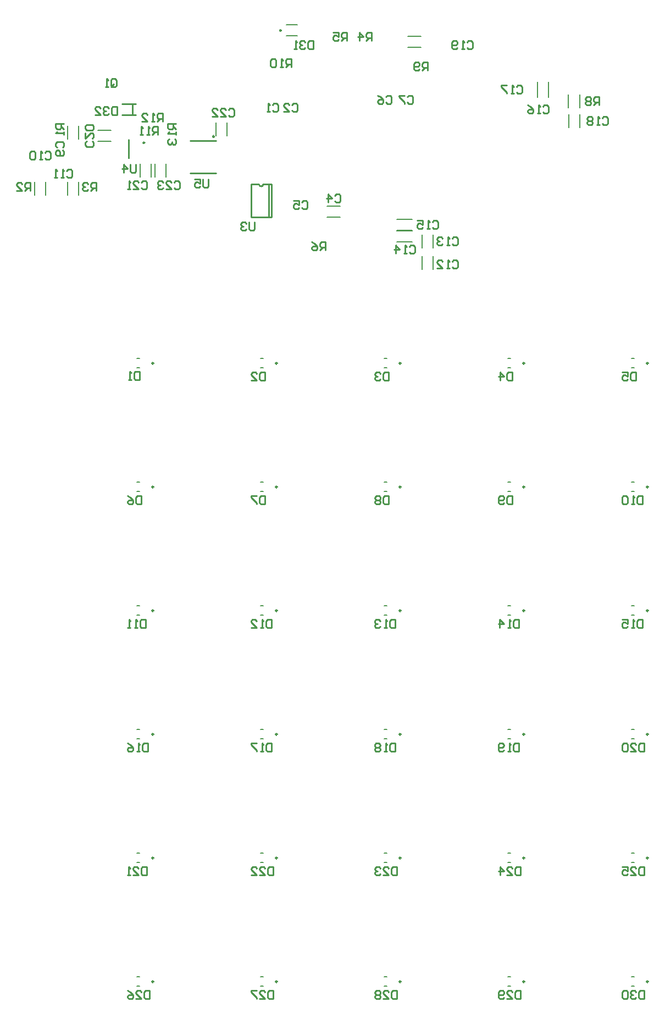
<source format=gbo>
G04*
G04 #@! TF.GenerationSoftware,Altium Limited,Altium Designer,22.7.1 (60)*
G04*
G04 Layer_Color=32896*
%FSLAX25Y25*%
%MOIN*%
G70*
G04*
G04 #@! TF.SameCoordinates,C603BF2E-B12D-4F6D-87B7-6185641273B1*
G04*
G04*
G04 #@! TF.FilePolarity,Positive*
G04*
G01*
G75*
%ADD10C,0.00984*%
%ADD11C,0.01000*%
%ADD12C,0.00787*%
D10*
X88490Y558740D02*
G03*
X88490Y558740I-492J0D01*
G01*
X171354Y626902D02*
G03*
X171354Y626902I-492J0D01*
G01*
X393878Y50000D02*
G03*
X393878Y50000I-492J0D01*
G01*
X318878D02*
G03*
X318878Y50000I-492J0D01*
G01*
X243878D02*
G03*
X243878Y50000I-492J0D01*
G01*
X168878D02*
G03*
X168878Y50000I-492J0D01*
G01*
X93878D02*
G03*
X93878Y50000I-492J0D01*
G01*
X393878Y125000D02*
G03*
X393878Y125000I-492J0D01*
G01*
X318878D02*
G03*
X318878Y125000I-492J0D01*
G01*
X243878D02*
G03*
X243878Y125000I-492J0D01*
G01*
X168878D02*
G03*
X168878Y125000I-492J0D01*
G01*
X93878D02*
G03*
X93878Y125000I-492J0D01*
G01*
X393878Y200000D02*
G03*
X393878Y200000I-492J0D01*
G01*
X318878D02*
G03*
X318878Y200000I-492J0D01*
G01*
X243878D02*
G03*
X243878Y200000I-492J0D01*
G01*
X168878D02*
G03*
X168878Y200000I-492J0D01*
G01*
X93878D02*
G03*
X93878Y200000I-492J0D01*
G01*
X393878Y275000D02*
G03*
X393878Y275000I-492J0D01*
G01*
X318878D02*
G03*
X318878Y275000I-492J0D01*
G01*
X243878D02*
G03*
X243878Y275000I-492J0D01*
G01*
X168878D02*
G03*
X168878Y275000I-492J0D01*
G01*
X93878D02*
G03*
X93878Y275000I-492J0D01*
G01*
X393878Y350000D02*
G03*
X393878Y350000I-492J0D01*
G01*
X318878D02*
G03*
X318878Y350000I-492J0D01*
G01*
X243878D02*
G03*
X243878Y350000I-492J0D01*
G01*
X168878D02*
G03*
X168878Y350000I-492J0D01*
G01*
X93878D02*
G03*
X93878Y350000I-492J0D01*
G01*
X393878Y425000D02*
G03*
X393878Y425000I-492J0D01*
G01*
X318878D02*
G03*
X318878Y425000I-492J0D01*
G01*
X243878D02*
G03*
X243878Y425000I-492J0D01*
G01*
X168878D02*
G03*
X168878Y425000I-492J0D01*
G01*
X93878D02*
G03*
X93878Y425000I-492J0D01*
G01*
D11*
X130736Y562500D02*
G03*
X130736Y562500I-500J0D01*
G01*
X157875Y533500D02*
G03*
X160375Y533500I1250J0D01*
G01*
X116126Y540158D02*
X131874Y540158D01*
X116126Y559842D02*
X131874D01*
X81000Y576000D02*
Y582000D01*
X74866Y582248D02*
X83134D01*
X74866Y575752D02*
X83134Y575752D01*
X153000Y533500D02*
X157875D01*
X153000Y513500D02*
Y533500D01*
Y513500D02*
X165250D01*
X160375Y533500D02*
X165250D01*
Y513500D02*
Y533500D01*
X163750Y513500D02*
Y533500D01*
X248916Y495666D02*
X249749Y496499D01*
X251415D01*
X252248Y495666D01*
Y492334D01*
X251415Y491501D01*
X249749D01*
X248916Y492334D01*
X247250Y491501D02*
X245584D01*
X246416D01*
Y496499D01*
X247250Y495666D01*
X240585Y491501D02*
Y496499D01*
X243084Y494000D01*
X239752D01*
X313916Y592666D02*
X314749Y593499D01*
X316415D01*
X317248Y592666D01*
Y589334D01*
X316415Y588501D01*
X314749D01*
X313916Y589334D01*
X312250Y588501D02*
X310583D01*
X311417D01*
Y593499D01*
X312250Y592666D01*
X308084Y593499D02*
X304752D01*
Y592666D01*
X308084Y589334D01*
Y588501D01*
X329916Y580666D02*
X330749Y581499D01*
X332415D01*
X333248Y580666D01*
Y577334D01*
X332415Y576501D01*
X330749D01*
X329916Y577334D01*
X328250Y576501D02*
X326584D01*
X327416D01*
Y581499D01*
X328250Y580666D01*
X320752Y581499D02*
X322418Y580666D01*
X324084Y579000D01*
Y577334D01*
X323251Y576501D01*
X321585D01*
X320752Y577334D01*
Y578167D01*
X321585Y579000D01*
X324084D01*
X365916Y573666D02*
X366749Y574499D01*
X368415D01*
X369248Y573666D01*
Y570334D01*
X368415Y569501D01*
X366749D01*
X365916Y570334D01*
X364250Y569501D02*
X362583D01*
X363417D01*
Y574499D01*
X364250Y573666D01*
X360084D02*
X359251Y574499D01*
X357585D01*
X356752Y573666D01*
Y572833D01*
X357585Y572000D01*
X356752Y571167D01*
Y570334D01*
X357585Y569501D01*
X359251D01*
X360084Y570334D01*
Y571167D01*
X359251Y572000D01*
X360084Y572833D01*
Y573666D01*
X359251Y572000D02*
X357585D01*
X364165Y581501D02*
Y586499D01*
X361666D01*
X360833Y585666D01*
Y584000D01*
X361666Y583167D01*
X364165D01*
X362499D02*
X360833Y581501D01*
X359167Y585666D02*
X358334Y586499D01*
X356668D01*
X355835Y585666D01*
Y584833D01*
X356668Y584000D01*
X355835Y583167D01*
Y582334D01*
X356668Y581501D01*
X358334D01*
X359167Y582334D01*
Y583167D01*
X358334Y584000D01*
X359167Y584833D01*
Y585666D01*
X358334Y584000D02*
X356668D01*
X107499Y570248D02*
X102501D01*
Y567749D01*
X103334Y566916D01*
X105000D01*
X105833Y567749D01*
Y570248D01*
Y568582D02*
X107499Y566916D01*
Y565250D02*
Y563584D01*
Y564417D01*
X102501D01*
X103334Y565250D01*
Y561084D02*
X102501Y560251D01*
Y558585D01*
X103334Y557752D01*
X104167D01*
X105000Y558585D01*
Y559418D01*
Y558585D01*
X105833Y557752D01*
X106666D01*
X107499Y558585D01*
Y560251D01*
X106666Y561084D01*
X127165Y536499D02*
Y532334D01*
X126332Y531501D01*
X124666D01*
X123833Y532334D01*
Y536499D01*
X118835D02*
X122167D01*
Y534000D01*
X120501Y534833D01*
X119668D01*
X118835Y534000D01*
Y532334D01*
X119668Y531501D01*
X121334D01*
X122167Y532334D01*
X177248Y604501D02*
Y609499D01*
X174749D01*
X173916Y608666D01*
Y607000D01*
X174749Y606167D01*
X177248D01*
X175582D02*
X173916Y604501D01*
X172250D02*
X170583D01*
X171416D01*
Y609499D01*
X172250Y608666D01*
X168084D02*
X167251Y609499D01*
X165585D01*
X164752Y608666D01*
Y605334D01*
X165585Y604501D01*
X167251D01*
X168084Y605334D01*
Y608666D01*
X86499Y534666D02*
X87332Y535499D01*
X88998D01*
X89831Y534666D01*
Y531334D01*
X88998Y530501D01*
X87332D01*
X86499Y531334D01*
X81501Y530501D02*
X84833D01*
X81501Y533833D01*
Y534666D01*
X82334Y535499D01*
X84000D01*
X84833Y534666D01*
X79835Y530501D02*
X78169D01*
X79002D01*
Y535499D01*
X79835Y534666D01*
X99248Y571501D02*
Y576499D01*
X96749D01*
X95916Y575666D01*
Y574000D01*
X96749Y573167D01*
X99248D01*
X97582D02*
X95916Y571501D01*
X94250D02*
X92584D01*
X93417D01*
Y576499D01*
X94250Y575666D01*
X86752Y571501D02*
X90084D01*
X86752Y574833D01*
Y575666D01*
X87585Y576499D01*
X89251D01*
X90084Y575666D01*
X96415Y563501D02*
Y568499D01*
X93916D01*
X93083Y567666D01*
Y566000D01*
X93916Y565167D01*
X96415D01*
X94749D02*
X93083Y563501D01*
X91417D02*
X89750D01*
X90583D01*
Y568499D01*
X91417Y567666D01*
X87251Y563501D02*
X85585D01*
X86418D01*
Y568499D01*
X87251Y567666D01*
X71665Y580499D02*
Y575501D01*
X69165D01*
X68332Y576334D01*
Y579666D01*
X69165Y580499D01*
X71665D01*
X66666Y579666D02*
X65833Y580499D01*
X64167D01*
X63334Y579666D01*
Y578833D01*
X64167Y578000D01*
X65000D01*
X64167D01*
X63334Y577167D01*
Y576334D01*
X64167Y575501D01*
X65833D01*
X66666Y576334D01*
X58336Y575501D02*
X61668D01*
X58336Y578833D01*
Y579666D01*
X59169Y580499D01*
X60835D01*
X61668Y579666D01*
X139332Y578666D02*
X140165Y579499D01*
X141831D01*
X142665Y578666D01*
Y575334D01*
X141831Y574501D01*
X140165D01*
X139332Y575334D01*
X134334Y574501D02*
X137666D01*
X134334Y577833D01*
Y578666D01*
X135167Y579499D01*
X136833D01*
X137666Y578666D01*
X129335Y574501D02*
X132668D01*
X129335Y577833D01*
Y578666D01*
X130169Y579499D01*
X131835D01*
X132668Y578666D01*
X106332Y534666D02*
X107165Y535499D01*
X108831D01*
X109664Y534666D01*
Y531334D01*
X108831Y530501D01*
X107165D01*
X106332Y531334D01*
X101334Y530501D02*
X104666D01*
X101334Y533833D01*
Y534666D01*
X102167Y535499D01*
X103833D01*
X104666Y534666D01*
X99668D02*
X98835Y535499D01*
X97169D01*
X96336Y534666D01*
Y533833D01*
X97169Y533000D01*
X98002D01*
X97169D01*
X96336Y532167D01*
Y531334D01*
X97169Y530501D01*
X98835D01*
X99668Y531334D01*
X83165Y545499D02*
Y541334D01*
X82332Y540501D01*
X80666D01*
X79833Y541334D01*
Y545499D01*
X75668Y540501D02*
Y545499D01*
X78167Y543000D01*
X74835D01*
X155165Y510499D02*
Y506334D01*
X154332Y505501D01*
X152666D01*
X151833Y506334D01*
Y510499D01*
X150167Y509666D02*
X149334Y510499D01*
X147668D01*
X146835Y509666D01*
Y508833D01*
X147668Y508000D01*
X148501D01*
X147668D01*
X146835Y507167D01*
Y506334D01*
X147668Y505501D01*
X149334D01*
X150167Y506334D01*
X260165Y602501D02*
Y607499D01*
X257666D01*
X256833Y606666D01*
Y605000D01*
X257666Y604167D01*
X260165D01*
X258499D02*
X256833Y602501D01*
X255167Y603334D02*
X254334Y602501D01*
X252668D01*
X251835Y603334D01*
Y606666D01*
X252668Y607499D01*
X254334D01*
X255167Y606666D01*
Y605833D01*
X254334Y605000D01*
X251835D01*
X198165Y493501D02*
Y498499D01*
X195666D01*
X194833Y497666D01*
Y496000D01*
X195666Y495167D01*
X198165D01*
X196499D02*
X194833Y493501D01*
X189835Y498499D02*
X191501Y497666D01*
X193167Y496000D01*
Y494334D01*
X192334Y493501D01*
X190668D01*
X189835Y494334D01*
Y495167D01*
X190668Y496000D01*
X193167D01*
X211165Y620501D02*
Y625499D01*
X208666D01*
X207833Y624666D01*
Y623000D01*
X208666Y622167D01*
X211165D01*
X209499D02*
X207833Y620501D01*
X202835Y625499D02*
X206167D01*
Y623000D01*
X204501Y623833D01*
X203668D01*
X202835Y623000D01*
Y621334D01*
X203668Y620501D01*
X205334D01*
X206167Y621334D01*
X226165Y620501D02*
Y625499D01*
X223666D01*
X222833Y624666D01*
Y623000D01*
X223666Y622167D01*
X226165D01*
X224499D02*
X222833Y620501D01*
X218668D02*
Y625499D01*
X221167Y623000D01*
X217835D01*
X59165Y529501D02*
Y534499D01*
X56666D01*
X55833Y533666D01*
Y532000D01*
X56666Y531167D01*
X59165D01*
X57499D02*
X55833Y529501D01*
X54167Y533666D02*
X53334Y534499D01*
X51668D01*
X50835Y533666D01*
Y532833D01*
X51668Y532000D01*
X52501D01*
X51668D01*
X50835Y531167D01*
Y530334D01*
X51668Y529501D01*
X53334D01*
X54167Y530334D01*
X19165Y529501D02*
Y534499D01*
X16666D01*
X15833Y533666D01*
Y532000D01*
X16666Y531167D01*
X19165D01*
X17499D02*
X15833Y529501D01*
X10835D02*
X14167D01*
X10835Y532833D01*
Y533666D01*
X11668Y534499D01*
X13334D01*
X14167Y533666D01*
X39499Y570332D02*
X34501D01*
Y567833D01*
X35334Y567000D01*
X37000D01*
X37833Y567833D01*
Y570332D01*
Y568666D02*
X39499Y567000D01*
Y565334D02*
Y563668D01*
Y564501D01*
X34501D01*
X35334Y565334D01*
X68000Y593334D02*
Y596666D01*
X68833Y597499D01*
X70499D01*
X71332Y596666D01*
Y593334D01*
X70499Y592501D01*
X68833D01*
X69666Y594167D02*
X68000Y592501D01*
X68833D02*
X68000Y593334D01*
X66334Y592501D02*
X64668D01*
X65501D01*
Y597499D01*
X66334Y596666D01*
X190831Y620499D02*
Y615501D01*
X188332D01*
X187499Y616334D01*
Y619666D01*
X188332Y620499D01*
X190831D01*
X185833Y619666D02*
X185000Y620499D01*
X183334D01*
X182501Y619666D01*
Y618833D01*
X183334Y618000D01*
X184167D01*
X183334D01*
X182501Y617167D01*
Y616334D01*
X183334Y615501D01*
X185000D01*
X185833Y616334D01*
X180835Y615501D02*
X179169D01*
X180002D01*
Y620499D01*
X180835Y619666D01*
X391400Y44598D02*
Y39600D01*
X388901D01*
X388068Y40433D01*
Y43765D01*
X388901Y44598D01*
X391400D01*
X386402Y43765D02*
X385569Y44598D01*
X383902D01*
X383069Y43765D01*
Y42932D01*
X383902Y42099D01*
X384735D01*
X383902D01*
X383069Y41266D01*
Y40433D01*
X383902Y39600D01*
X385569D01*
X386402Y40433D01*
X381403Y43765D02*
X380570Y44598D01*
X378904D01*
X378071Y43765D01*
Y40433D01*
X378904Y39600D01*
X380570D01*
X381403Y40433D01*
Y43765D01*
X316400Y44598D02*
Y39600D01*
X313901D01*
X313068Y40433D01*
Y43765D01*
X313901Y44598D01*
X316400D01*
X308069Y39600D02*
X311402D01*
X308069Y42932D01*
Y43765D01*
X308902Y44598D01*
X310569D01*
X311402Y43765D01*
X306403Y40433D02*
X305570Y39600D01*
X303904D01*
X303071Y40433D01*
Y43765D01*
X303904Y44598D01*
X305570D01*
X306403Y43765D01*
Y42932D01*
X305570Y42099D01*
X303071D01*
X241400Y44598D02*
Y39600D01*
X238901D01*
X238068Y40433D01*
Y43765D01*
X238901Y44598D01*
X241400D01*
X233069Y39600D02*
X236402D01*
X233069Y42932D01*
Y43765D01*
X233902Y44598D01*
X235569D01*
X236402Y43765D01*
X231403D02*
X230570Y44598D01*
X228904D01*
X228071Y43765D01*
Y42932D01*
X228904Y42099D01*
X228071Y41266D01*
Y40433D01*
X228904Y39600D01*
X230570D01*
X231403Y40433D01*
Y41266D01*
X230570Y42099D01*
X231403Y42932D01*
Y43765D01*
X230570Y42099D02*
X228904D01*
X166400Y44598D02*
Y39600D01*
X163901D01*
X163068Y40433D01*
Y43765D01*
X163901Y44598D01*
X166400D01*
X158069Y39600D02*
X161402D01*
X158069Y42932D01*
Y43765D01*
X158902Y44598D01*
X160569D01*
X161402Y43765D01*
X156403Y44598D02*
X153071D01*
Y43765D01*
X156403Y40433D01*
Y39600D01*
X91400Y44598D02*
Y39600D01*
X88901D01*
X88068Y40433D01*
Y43765D01*
X88901Y44598D01*
X91400D01*
X83069Y39600D02*
X86402D01*
X83069Y42932D01*
Y43765D01*
X83902Y44598D01*
X85569D01*
X86402Y43765D01*
X78071Y44598D02*
X79737Y43765D01*
X81403Y42099D01*
Y40433D01*
X80570Y39600D01*
X78904D01*
X78071Y40433D01*
Y41266D01*
X78904Y42099D01*
X81403D01*
X391400Y119598D02*
Y114600D01*
X388901D01*
X388068Y115433D01*
Y118765D01*
X388901Y119598D01*
X391400D01*
X383069Y114600D02*
X386402D01*
X383069Y117932D01*
Y118765D01*
X383902Y119598D01*
X385569D01*
X386402Y118765D01*
X378071Y119598D02*
X381403D01*
Y117099D01*
X379737Y117932D01*
X378904D01*
X378071Y117099D01*
Y115433D01*
X378904Y114600D01*
X380570D01*
X381403Y115433D01*
X316400Y119598D02*
Y114600D01*
X313901D01*
X313068Y115433D01*
Y118765D01*
X313901Y119598D01*
X316400D01*
X308069Y114600D02*
X311402D01*
X308069Y117932D01*
Y118765D01*
X308902Y119598D01*
X310569D01*
X311402Y118765D01*
X303904Y114600D02*
Y119598D01*
X306403Y117099D01*
X303071D01*
X241400Y119598D02*
Y114600D01*
X238901D01*
X238068Y115433D01*
Y118765D01*
X238901Y119598D01*
X241400D01*
X233069Y114600D02*
X236402D01*
X233069Y117932D01*
Y118765D01*
X233902Y119598D01*
X235569D01*
X236402Y118765D01*
X231403D02*
X230570Y119598D01*
X228904D01*
X228071Y118765D01*
Y117932D01*
X228904Y117099D01*
X229737D01*
X228904D01*
X228071Y116266D01*
Y115433D01*
X228904Y114600D01*
X230570D01*
X231403Y115433D01*
X166400Y119598D02*
Y114600D01*
X163901D01*
X163068Y115433D01*
Y118765D01*
X163901Y119598D01*
X166400D01*
X158069Y114600D02*
X161402D01*
X158069Y117932D01*
Y118765D01*
X158902Y119598D01*
X160569D01*
X161402Y118765D01*
X153071Y114600D02*
X156403D01*
X153071Y117932D01*
Y118765D01*
X153904Y119598D01*
X155570D01*
X156403Y118765D01*
X89700Y119598D02*
Y114600D01*
X87201D01*
X86368Y115433D01*
Y118765D01*
X87201Y119598D01*
X89700D01*
X81369Y114600D02*
X84702D01*
X81369Y117932D01*
Y118765D01*
X82202Y119598D01*
X83869D01*
X84702Y118765D01*
X79703Y114600D02*
X78037D01*
X78870D01*
Y119598D01*
X79703Y118765D01*
X391400Y194598D02*
Y189600D01*
X388901D01*
X388068Y190433D01*
Y193765D01*
X388901Y194598D01*
X391400D01*
X383069Y189600D02*
X386402D01*
X383069Y192932D01*
Y193765D01*
X383902Y194598D01*
X385569D01*
X386402Y193765D01*
X381403D02*
X380570Y194598D01*
X378904D01*
X378071Y193765D01*
Y190433D01*
X378904Y189600D01*
X380570D01*
X381403Y190433D01*
Y193765D01*
X315500Y194598D02*
Y189600D01*
X313001D01*
X312168Y190433D01*
Y193765D01*
X313001Y194598D01*
X315500D01*
X310502Y189600D02*
X308836D01*
X309669D01*
Y194598D01*
X310502Y193765D01*
X306336Y190433D02*
X305503Y189600D01*
X303837D01*
X303004Y190433D01*
Y193765D01*
X303837Y194598D01*
X305503D01*
X306336Y193765D01*
Y192932D01*
X305503Y192099D01*
X303004D01*
X240500Y194598D02*
Y189600D01*
X238001D01*
X237168Y190433D01*
Y193765D01*
X238001Y194598D01*
X240500D01*
X235502Y189600D02*
X233836D01*
X234669D01*
Y194598D01*
X235502Y193765D01*
X231336D02*
X230503Y194598D01*
X228837D01*
X228004Y193765D01*
Y192932D01*
X228837Y192099D01*
X228004Y191266D01*
Y190433D01*
X228837Y189600D01*
X230503D01*
X231336Y190433D01*
Y191266D01*
X230503Y192099D01*
X231336Y192932D01*
Y193765D01*
X230503Y192099D02*
X228837D01*
X165500Y194598D02*
Y189600D01*
X163001D01*
X162168Y190433D01*
Y193765D01*
X163001Y194598D01*
X165500D01*
X160502Y189600D02*
X158835D01*
X159669D01*
Y194598D01*
X160502Y193765D01*
X156336Y194598D02*
X153004D01*
Y193765D01*
X156336Y190433D01*
Y189600D01*
X90500Y194598D02*
Y189600D01*
X88001D01*
X87168Y190433D01*
Y193765D01*
X88001Y194598D01*
X90500D01*
X85502Y189600D02*
X83836D01*
X84669D01*
Y194598D01*
X85502Y193765D01*
X78004Y194598D02*
X79670Y193765D01*
X81336Y192099D01*
Y190433D01*
X80503Y189600D01*
X78837D01*
X78004Y190433D01*
Y191266D01*
X78837Y192099D01*
X81336D01*
X390500Y269598D02*
Y264600D01*
X388001D01*
X387168Y265433D01*
Y268765D01*
X388001Y269598D01*
X390500D01*
X385502Y264600D02*
X383836D01*
X384669D01*
Y269598D01*
X385502Y268765D01*
X378004Y269598D02*
X381336D01*
Y267099D01*
X379670Y267932D01*
X378837D01*
X378004Y267099D01*
Y265433D01*
X378837Y264600D01*
X380503D01*
X381336Y265433D01*
X315500Y269598D02*
Y264600D01*
X313001D01*
X312168Y265433D01*
Y268765D01*
X313001Y269598D01*
X315500D01*
X310502Y264600D02*
X308836D01*
X309669D01*
Y269598D01*
X310502Y268765D01*
X303837Y264600D02*
Y269598D01*
X306336Y267099D01*
X303004D01*
X240500Y269598D02*
Y264600D01*
X238001D01*
X237168Y265433D01*
Y268765D01*
X238001Y269598D01*
X240500D01*
X235502Y264600D02*
X233836D01*
X234669D01*
Y269598D01*
X235502Y268765D01*
X231336D02*
X230503Y269598D01*
X228837D01*
X228004Y268765D01*
Y267932D01*
X228837Y267099D01*
X229670D01*
X228837D01*
X228004Y266266D01*
Y265433D01*
X228837Y264600D01*
X230503D01*
X231336Y265433D01*
X165500Y269598D02*
Y264600D01*
X163001D01*
X162168Y265433D01*
Y268765D01*
X163001Y269598D01*
X165500D01*
X160502Y264600D02*
X158835D01*
X159669D01*
Y269598D01*
X160502Y268765D01*
X153004Y264600D02*
X156336D01*
X153004Y267932D01*
Y268765D01*
X153837Y269598D01*
X155503D01*
X156336Y268765D01*
X88900Y269598D02*
Y264600D01*
X86401D01*
X85568Y265433D01*
Y268765D01*
X86401Y269598D01*
X88900D01*
X83902Y264600D02*
X82235D01*
X83069D01*
Y269598D01*
X83902Y268765D01*
X79736Y264600D02*
X78070D01*
X78903D01*
Y269598D01*
X79736Y268765D01*
X390500Y344598D02*
Y339600D01*
X388001D01*
X387168Y340433D01*
Y343765D01*
X388001Y344598D01*
X390500D01*
X385502Y339600D02*
X383836D01*
X384669D01*
Y344598D01*
X385502Y343765D01*
X381336D02*
X380503Y344598D01*
X378837D01*
X378004Y343765D01*
Y340433D01*
X378837Y339600D01*
X380503D01*
X381336Y340433D01*
Y343765D01*
X311400Y344598D02*
Y339600D01*
X308901D01*
X308068Y340433D01*
Y343765D01*
X308901Y344598D01*
X311400D01*
X306402Y340433D02*
X305569Y339600D01*
X303902D01*
X303069Y340433D01*
Y343765D01*
X303902Y344598D01*
X305569D01*
X306402Y343765D01*
Y342932D01*
X305569Y342099D01*
X303069D01*
X236400Y344598D02*
Y339600D01*
X233901D01*
X233068Y340433D01*
Y343765D01*
X233901Y344598D01*
X236400D01*
X231402Y343765D02*
X230569Y344598D01*
X228902D01*
X228069Y343765D01*
Y342932D01*
X228902Y342099D01*
X228069Y341266D01*
Y340433D01*
X228902Y339600D01*
X230569D01*
X231402Y340433D01*
Y341266D01*
X230569Y342099D01*
X231402Y342932D01*
Y343765D01*
X230569Y342099D02*
X228902D01*
X161400Y344598D02*
Y339600D01*
X158901D01*
X158068Y340433D01*
Y343765D01*
X158901Y344598D01*
X161400D01*
X156402D02*
X153069D01*
Y343765D01*
X156402Y340433D01*
Y339600D01*
X86400Y344598D02*
Y339600D01*
X83901D01*
X83068Y340433D01*
Y343765D01*
X83901Y344598D01*
X86400D01*
X78069D02*
X79735Y343765D01*
X81402Y342099D01*
Y340433D01*
X80569Y339600D01*
X78902D01*
X78069Y340433D01*
Y341266D01*
X78902Y342099D01*
X81402D01*
X386400Y419598D02*
Y414600D01*
X383901D01*
X383068Y415433D01*
Y418765D01*
X383901Y419598D01*
X386400D01*
X378069D02*
X381402D01*
Y417099D01*
X379735Y417932D01*
X378902D01*
X378069Y417099D01*
Y415433D01*
X378902Y414600D01*
X380569D01*
X381402Y415433D01*
X311400Y419598D02*
Y414600D01*
X308901D01*
X308068Y415433D01*
Y418765D01*
X308901Y419598D01*
X311400D01*
X303902Y414600D02*
Y419598D01*
X306402Y417099D01*
X303069D01*
X236400Y419598D02*
Y414600D01*
X233901D01*
X233068Y415433D01*
Y418765D01*
X233901Y419598D01*
X236400D01*
X231402Y418765D02*
X230569Y419598D01*
X228902D01*
X228069Y418765D01*
Y417932D01*
X228902Y417099D01*
X229735D01*
X228902D01*
X228069Y416266D01*
Y415433D01*
X228902Y414600D01*
X230569D01*
X231402Y415433D01*
X161400Y419598D02*
Y414600D01*
X158901D01*
X158068Y415433D01*
Y418765D01*
X158901Y419598D01*
X161400D01*
X153069Y414600D02*
X156402D01*
X153069Y417932D01*
Y418765D01*
X153902Y419598D01*
X155569D01*
X156402Y418765D01*
X85334Y420098D02*
Y415100D01*
X82834D01*
X82001Y415933D01*
Y419265D01*
X82834Y420098D01*
X85334D01*
X80335Y415100D02*
X78669D01*
X79502D01*
Y420098D01*
X80335Y419265D01*
X283916Y619666D02*
X284749Y620499D01*
X286415D01*
X287248Y619666D01*
Y616334D01*
X286415Y615501D01*
X284749D01*
X283916Y616334D01*
X282250Y615501D02*
X280584D01*
X281417D01*
Y620499D01*
X282250Y619666D01*
X278084Y616334D02*
X277251Y615501D01*
X275585D01*
X274752Y616334D01*
Y619666D01*
X275585Y620499D01*
X277251D01*
X278084Y619666D01*
Y618833D01*
X277251Y618000D01*
X274752D01*
X56666Y559668D02*
X57499Y558835D01*
Y557168D01*
X56666Y556335D01*
X53334D01*
X52501Y557168D01*
Y558835D01*
X53334Y559668D01*
X52501Y564666D02*
Y561334D01*
X55833Y564666D01*
X56666D01*
X57499Y563833D01*
Y562167D01*
X56666Y561334D01*
Y566332D02*
X57499Y567165D01*
Y568831D01*
X56666Y569664D01*
X53334D01*
X52501Y568831D01*
Y567165D01*
X53334Y566332D01*
X56666D01*
X262916Y510666D02*
X263749Y511499D01*
X265415D01*
X266248Y510666D01*
Y507334D01*
X265415Y506501D01*
X263749D01*
X262916Y507334D01*
X261250Y506501D02*
X259583D01*
X260417D01*
Y511499D01*
X261250Y510666D01*
X253752Y511499D02*
X257084D01*
Y509000D01*
X255418Y509833D01*
X254585D01*
X253752Y509000D01*
Y507334D01*
X254585Y506501D01*
X256251D01*
X257084Y507334D01*
X274916Y500666D02*
X275749Y501499D01*
X277415D01*
X278248Y500666D01*
Y497334D01*
X277415Y496501D01*
X275749D01*
X274916Y497334D01*
X273250Y496501D02*
X271584D01*
X272416D01*
Y501499D01*
X273250Y500666D01*
X269084D02*
X268251Y501499D01*
X266585D01*
X265752Y500666D01*
Y499833D01*
X266585Y499000D01*
X267418D01*
X266585D01*
X265752Y498167D01*
Y497334D01*
X266585Y496501D01*
X268251D01*
X269084Y497334D01*
X274916Y486666D02*
X275749Y487499D01*
X277415D01*
X278248Y486666D01*
Y483334D01*
X277415Y482501D01*
X275749D01*
X274916Y483334D01*
X273250Y482501D02*
X271584D01*
X272416D01*
Y487499D01*
X273250Y486666D01*
X265752Y482501D02*
X269084D01*
X265752Y485833D01*
Y486666D01*
X266585Y487499D01*
X268251D01*
X269084Y486666D01*
X41083Y541666D02*
X41916Y542499D01*
X43582D01*
X44415Y541666D01*
Y538334D01*
X43582Y537501D01*
X41916D01*
X41083Y538334D01*
X39417Y537501D02*
X37750D01*
X38583D01*
Y542499D01*
X39417Y541666D01*
X35251Y537501D02*
X33585D01*
X34418D01*
Y542499D01*
X35251Y541666D01*
X27916Y552666D02*
X28749Y553499D01*
X30415D01*
X31248Y552666D01*
Y549334D01*
X30415Y548501D01*
X28749D01*
X27916Y549334D01*
X26250Y548501D02*
X24584D01*
X25416D01*
Y553499D01*
X26250Y552666D01*
X22084D02*
X21251Y553499D01*
X19585D01*
X18752Y552666D01*
Y549334D01*
X19585Y548501D01*
X21251D01*
X22084Y549334D01*
Y552666D01*
X35334Y555833D02*
X34501Y556666D01*
Y558332D01*
X35334Y559165D01*
X38666D01*
X39499Y558332D01*
Y556666D01*
X38666Y555833D01*
Y554167D02*
X39499Y553334D01*
Y551668D01*
X38666Y550835D01*
X35334D01*
X34501Y551668D01*
Y553334D01*
X35334Y554167D01*
X36167D01*
X37000Y553334D01*
Y550835D01*
X247833Y586520D02*
X248666Y587354D01*
X250332D01*
X251165Y586520D01*
Y583188D01*
X250332Y582355D01*
X248666D01*
X247833Y583188D01*
X246167Y587354D02*
X242835D01*
Y586520D01*
X246167Y583188D01*
Y582355D01*
X234833Y586520D02*
X235666Y587354D01*
X237332D01*
X238165Y586520D01*
Y583188D01*
X237332Y582355D01*
X235666D01*
X234833Y583188D01*
X229835Y587354D02*
X231501Y586520D01*
X233167Y584854D01*
Y583188D01*
X232334Y582355D01*
X230668D01*
X229835Y583188D01*
Y584021D01*
X230668Y584854D01*
X233167D01*
X183833Y522666D02*
X184666Y523499D01*
X186332D01*
X187165Y522666D01*
Y519334D01*
X186332Y518501D01*
X184666D01*
X183833Y519334D01*
X178835Y523499D02*
X182167D01*
Y521000D01*
X180501Y521833D01*
X179668D01*
X178835Y521000D01*
Y519334D01*
X179668Y518501D01*
X181334D01*
X182167Y519334D01*
X203833Y526666D02*
X204666Y527499D01*
X206332D01*
X207165Y526666D01*
Y523334D01*
X206332Y522501D01*
X204666D01*
X203833Y523334D01*
X199668Y522501D02*
Y527499D01*
X202167Y525000D01*
X198835D01*
X177833Y581666D02*
X178666Y582499D01*
X180332D01*
X181165Y581666D01*
Y578334D01*
X180332Y577501D01*
X178666D01*
X177833Y578334D01*
X172835Y577501D02*
X176167D01*
X172835Y580833D01*
Y581666D01*
X173668Y582499D01*
X175334D01*
X176167Y581666D01*
X166000D02*
X166833Y582499D01*
X168499D01*
X169332Y581666D01*
Y578334D01*
X168499Y577501D01*
X166833D01*
X166000Y578334D01*
X164334Y577501D02*
X162668D01*
X163501D01*
Y582499D01*
X164334Y581666D01*
D12*
X241252Y498630D02*
X250748D01*
X241252Y505370D02*
X250748D01*
X333370Y586252D02*
Y595748D01*
X326630Y586252D02*
Y595748D01*
X352346Y568039D02*
Y575961D01*
X345654Y568039D02*
Y575961D01*
X352445Y579948D02*
Y588052D01*
X345555Y579948D02*
Y588052D01*
X92347Y538039D02*
Y545961D01*
X85654Y538039D02*
Y545961D01*
X138347Y563039D02*
Y570961D01*
X131653Y563039D02*
Y570961D01*
X94653Y538039D02*
Y545961D01*
X101347Y538039D02*
Y545961D01*
X78792Y549291D02*
Y560709D01*
Y549291D02*
X79208D01*
Y560709D01*
X78792D02*
X79208D01*
X256653Y495039D02*
Y502961D01*
X263347Y495039D02*
Y502961D01*
X256653Y482039D02*
Y489961D01*
X263347Y482039D02*
Y489961D01*
X60039Y559654D02*
X67961D01*
X60039Y566347D02*
X67961D01*
X247948Y616555D02*
X256052D01*
X247948Y623445D02*
X256052D01*
X41571Y526948D02*
Y535052D01*
X48461Y526948D02*
Y535052D01*
X21571Y526948D02*
Y535052D01*
X28461Y526948D02*
Y535052D01*
X41571Y560948D02*
Y569052D01*
X48461Y560948D02*
Y569052D01*
X174465Y630268D02*
X181158D01*
X174504Y623752D02*
X181197D01*
X383642Y47146D02*
X385413D01*
X383642Y52854D02*
X385413D01*
X308642Y47146D02*
X310413D01*
X308642Y52854D02*
X310413D01*
X233642Y47146D02*
X235413D01*
X233642Y52854D02*
X235413D01*
X158642Y47146D02*
X160413D01*
X158642Y52854D02*
X160413D01*
X83642Y47146D02*
X85413D01*
X83642Y52854D02*
X85413D01*
X383642Y122146D02*
X385413D01*
X383642Y127854D02*
X385413D01*
X308642Y122146D02*
X310413D01*
X308642Y127854D02*
X310413D01*
X233642Y122146D02*
X235413D01*
X233642Y127854D02*
X235413D01*
X158642Y122146D02*
X160413D01*
X158642Y127854D02*
X160413D01*
X83642Y122146D02*
X85413D01*
X83642Y127854D02*
X85413D01*
X383642Y197146D02*
X385413D01*
X383642Y202854D02*
X385413D01*
X308642Y197146D02*
X310413D01*
X308642Y202854D02*
X310413D01*
X233642Y197146D02*
X235413D01*
X233642Y202854D02*
X235413D01*
X158642Y197146D02*
X160413D01*
X158642Y202854D02*
X160413D01*
X83642Y197146D02*
X85413D01*
X83642Y202854D02*
X85413D01*
X383642Y272146D02*
X385413D01*
X383642Y277854D02*
X385413D01*
X308642Y272146D02*
X310413D01*
X308642Y277854D02*
X310413D01*
X233642Y272146D02*
X235413D01*
X233642Y277854D02*
X235413D01*
X158642Y272146D02*
X160413D01*
X158642Y277854D02*
X160413D01*
X83642Y272146D02*
X85413D01*
X83642Y277854D02*
X85413D01*
X383642Y347146D02*
X385413D01*
X383642Y352854D02*
X385413D01*
X308642Y347146D02*
X310413D01*
X308642Y352854D02*
X310413D01*
X233642Y347146D02*
X235413D01*
X233642Y352854D02*
X235413D01*
X158642Y347146D02*
X160413D01*
X158642Y352854D02*
X160413D01*
X83642Y347146D02*
X85413D01*
X83642Y352854D02*
X85413D01*
X383642Y422146D02*
X385413D01*
X383642Y427854D02*
X385413D01*
X308642Y422146D02*
X310413D01*
X308642Y427854D02*
X310413D01*
X233642Y422146D02*
X235413D01*
X233642Y427854D02*
X235413D01*
X158642Y422146D02*
X160413D01*
X158642Y427854D02*
X160413D01*
X83642Y422146D02*
X85413D01*
X83642Y427854D02*
X85413D01*
X241252Y505630D02*
X250748D01*
X241252Y512370D02*
X250748D01*
X199039Y513654D02*
X206961D01*
X199039Y520346D02*
X206961D01*
M02*

</source>
